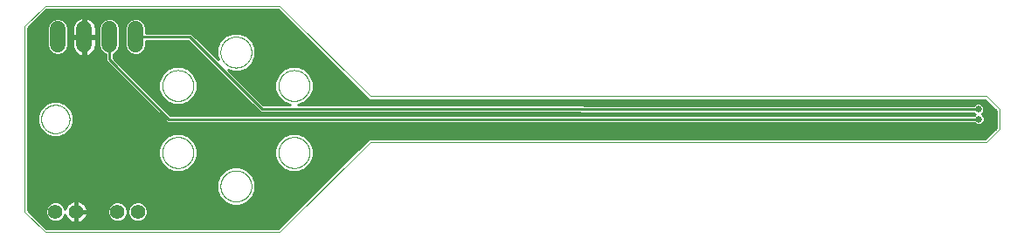
<source format=gbl>
G75*
%MOIN*%
%OFA0B0*%
%FSLAX25Y25*%
%IPPOS*%
%LPD*%
%AMOC8*
5,1,8,0,0,1.08239X$1,22.5*
%
%ADD10C,0.00000*%
%ADD11C,0.06000*%
%ADD12C,0.05600*%
%ADD13C,0.01000*%
%ADD14C,0.02578*%
D10*
X0031028Y0034965D02*
X0038902Y0027091D01*
X0128469Y0027091D01*
X0162917Y0061539D01*
X0398154Y0061539D01*
X0403075Y0066461D01*
X0403075Y0074335D01*
X0398154Y0079256D01*
X0162917Y0079256D01*
X0128469Y0113705D01*
X0038902Y0113705D01*
X0031028Y0105831D01*
X0031028Y0034965D01*
X0105830Y0044807D02*
X0105832Y0044960D01*
X0105838Y0045114D01*
X0105848Y0045267D01*
X0105862Y0045419D01*
X0105880Y0045572D01*
X0105902Y0045723D01*
X0105927Y0045874D01*
X0105957Y0046025D01*
X0105991Y0046175D01*
X0106028Y0046323D01*
X0106069Y0046471D01*
X0106114Y0046617D01*
X0106163Y0046763D01*
X0106216Y0046907D01*
X0106272Y0047049D01*
X0106332Y0047190D01*
X0106396Y0047330D01*
X0106463Y0047468D01*
X0106534Y0047604D01*
X0106609Y0047738D01*
X0106686Y0047870D01*
X0106768Y0048000D01*
X0106852Y0048128D01*
X0106940Y0048254D01*
X0107031Y0048377D01*
X0107125Y0048498D01*
X0107223Y0048616D01*
X0107323Y0048732D01*
X0107427Y0048845D01*
X0107533Y0048956D01*
X0107642Y0049064D01*
X0107754Y0049169D01*
X0107868Y0049270D01*
X0107986Y0049369D01*
X0108105Y0049465D01*
X0108227Y0049558D01*
X0108352Y0049647D01*
X0108479Y0049734D01*
X0108608Y0049816D01*
X0108739Y0049896D01*
X0108872Y0049972D01*
X0109007Y0050045D01*
X0109144Y0050114D01*
X0109283Y0050179D01*
X0109423Y0050241D01*
X0109565Y0050299D01*
X0109708Y0050354D01*
X0109853Y0050405D01*
X0109999Y0050452D01*
X0110146Y0050495D01*
X0110294Y0050534D01*
X0110443Y0050570D01*
X0110593Y0050601D01*
X0110744Y0050629D01*
X0110895Y0050653D01*
X0111048Y0050673D01*
X0111200Y0050689D01*
X0111353Y0050701D01*
X0111506Y0050709D01*
X0111659Y0050713D01*
X0111813Y0050713D01*
X0111966Y0050709D01*
X0112119Y0050701D01*
X0112272Y0050689D01*
X0112424Y0050673D01*
X0112577Y0050653D01*
X0112728Y0050629D01*
X0112879Y0050601D01*
X0113029Y0050570D01*
X0113178Y0050534D01*
X0113326Y0050495D01*
X0113473Y0050452D01*
X0113619Y0050405D01*
X0113764Y0050354D01*
X0113907Y0050299D01*
X0114049Y0050241D01*
X0114189Y0050179D01*
X0114328Y0050114D01*
X0114465Y0050045D01*
X0114600Y0049972D01*
X0114733Y0049896D01*
X0114864Y0049816D01*
X0114993Y0049734D01*
X0115120Y0049647D01*
X0115245Y0049558D01*
X0115367Y0049465D01*
X0115486Y0049369D01*
X0115604Y0049270D01*
X0115718Y0049169D01*
X0115830Y0049064D01*
X0115939Y0048956D01*
X0116045Y0048845D01*
X0116149Y0048732D01*
X0116249Y0048616D01*
X0116347Y0048498D01*
X0116441Y0048377D01*
X0116532Y0048254D01*
X0116620Y0048128D01*
X0116704Y0048000D01*
X0116786Y0047870D01*
X0116863Y0047738D01*
X0116938Y0047604D01*
X0117009Y0047468D01*
X0117076Y0047330D01*
X0117140Y0047190D01*
X0117200Y0047049D01*
X0117256Y0046907D01*
X0117309Y0046763D01*
X0117358Y0046617D01*
X0117403Y0046471D01*
X0117444Y0046323D01*
X0117481Y0046175D01*
X0117515Y0046025D01*
X0117545Y0045874D01*
X0117570Y0045723D01*
X0117592Y0045572D01*
X0117610Y0045419D01*
X0117624Y0045267D01*
X0117634Y0045114D01*
X0117640Y0044960D01*
X0117642Y0044807D01*
X0117640Y0044654D01*
X0117634Y0044500D01*
X0117624Y0044347D01*
X0117610Y0044195D01*
X0117592Y0044042D01*
X0117570Y0043891D01*
X0117545Y0043740D01*
X0117515Y0043589D01*
X0117481Y0043439D01*
X0117444Y0043291D01*
X0117403Y0043143D01*
X0117358Y0042997D01*
X0117309Y0042851D01*
X0117256Y0042707D01*
X0117200Y0042565D01*
X0117140Y0042424D01*
X0117076Y0042284D01*
X0117009Y0042146D01*
X0116938Y0042010D01*
X0116863Y0041876D01*
X0116786Y0041744D01*
X0116704Y0041614D01*
X0116620Y0041486D01*
X0116532Y0041360D01*
X0116441Y0041237D01*
X0116347Y0041116D01*
X0116249Y0040998D01*
X0116149Y0040882D01*
X0116045Y0040769D01*
X0115939Y0040658D01*
X0115830Y0040550D01*
X0115718Y0040445D01*
X0115604Y0040344D01*
X0115486Y0040245D01*
X0115367Y0040149D01*
X0115245Y0040056D01*
X0115120Y0039967D01*
X0114993Y0039880D01*
X0114864Y0039798D01*
X0114733Y0039718D01*
X0114600Y0039642D01*
X0114465Y0039569D01*
X0114328Y0039500D01*
X0114189Y0039435D01*
X0114049Y0039373D01*
X0113907Y0039315D01*
X0113764Y0039260D01*
X0113619Y0039209D01*
X0113473Y0039162D01*
X0113326Y0039119D01*
X0113178Y0039080D01*
X0113029Y0039044D01*
X0112879Y0039013D01*
X0112728Y0038985D01*
X0112577Y0038961D01*
X0112424Y0038941D01*
X0112272Y0038925D01*
X0112119Y0038913D01*
X0111966Y0038905D01*
X0111813Y0038901D01*
X0111659Y0038901D01*
X0111506Y0038905D01*
X0111353Y0038913D01*
X0111200Y0038925D01*
X0111048Y0038941D01*
X0110895Y0038961D01*
X0110744Y0038985D01*
X0110593Y0039013D01*
X0110443Y0039044D01*
X0110294Y0039080D01*
X0110146Y0039119D01*
X0109999Y0039162D01*
X0109853Y0039209D01*
X0109708Y0039260D01*
X0109565Y0039315D01*
X0109423Y0039373D01*
X0109283Y0039435D01*
X0109144Y0039500D01*
X0109007Y0039569D01*
X0108872Y0039642D01*
X0108739Y0039718D01*
X0108608Y0039798D01*
X0108479Y0039880D01*
X0108352Y0039967D01*
X0108227Y0040056D01*
X0108105Y0040149D01*
X0107986Y0040245D01*
X0107868Y0040344D01*
X0107754Y0040445D01*
X0107642Y0040550D01*
X0107533Y0040658D01*
X0107427Y0040769D01*
X0107323Y0040882D01*
X0107223Y0040998D01*
X0107125Y0041116D01*
X0107031Y0041237D01*
X0106940Y0041360D01*
X0106852Y0041486D01*
X0106768Y0041614D01*
X0106686Y0041744D01*
X0106609Y0041876D01*
X0106534Y0042010D01*
X0106463Y0042146D01*
X0106396Y0042284D01*
X0106332Y0042424D01*
X0106272Y0042565D01*
X0106216Y0042707D01*
X0106163Y0042851D01*
X0106114Y0042997D01*
X0106069Y0043143D01*
X0106028Y0043291D01*
X0105991Y0043439D01*
X0105957Y0043589D01*
X0105927Y0043740D01*
X0105902Y0043891D01*
X0105880Y0044042D01*
X0105862Y0044195D01*
X0105848Y0044347D01*
X0105838Y0044500D01*
X0105832Y0044654D01*
X0105830Y0044807D01*
X0083665Y0057602D02*
X0083667Y0057755D01*
X0083673Y0057909D01*
X0083683Y0058062D01*
X0083697Y0058214D01*
X0083715Y0058367D01*
X0083737Y0058518D01*
X0083762Y0058669D01*
X0083792Y0058820D01*
X0083826Y0058970D01*
X0083863Y0059118D01*
X0083904Y0059266D01*
X0083949Y0059412D01*
X0083998Y0059558D01*
X0084051Y0059702D01*
X0084107Y0059844D01*
X0084167Y0059985D01*
X0084231Y0060125D01*
X0084298Y0060263D01*
X0084369Y0060399D01*
X0084444Y0060533D01*
X0084521Y0060665D01*
X0084603Y0060795D01*
X0084687Y0060923D01*
X0084775Y0061049D01*
X0084866Y0061172D01*
X0084960Y0061293D01*
X0085058Y0061411D01*
X0085158Y0061527D01*
X0085262Y0061640D01*
X0085368Y0061751D01*
X0085477Y0061859D01*
X0085589Y0061964D01*
X0085703Y0062065D01*
X0085821Y0062164D01*
X0085940Y0062260D01*
X0086062Y0062353D01*
X0086187Y0062442D01*
X0086314Y0062529D01*
X0086443Y0062611D01*
X0086574Y0062691D01*
X0086707Y0062767D01*
X0086842Y0062840D01*
X0086979Y0062909D01*
X0087118Y0062974D01*
X0087258Y0063036D01*
X0087400Y0063094D01*
X0087543Y0063149D01*
X0087688Y0063200D01*
X0087834Y0063247D01*
X0087981Y0063290D01*
X0088129Y0063329D01*
X0088278Y0063365D01*
X0088428Y0063396D01*
X0088579Y0063424D01*
X0088730Y0063448D01*
X0088883Y0063468D01*
X0089035Y0063484D01*
X0089188Y0063496D01*
X0089341Y0063504D01*
X0089494Y0063508D01*
X0089648Y0063508D01*
X0089801Y0063504D01*
X0089954Y0063496D01*
X0090107Y0063484D01*
X0090259Y0063468D01*
X0090412Y0063448D01*
X0090563Y0063424D01*
X0090714Y0063396D01*
X0090864Y0063365D01*
X0091013Y0063329D01*
X0091161Y0063290D01*
X0091308Y0063247D01*
X0091454Y0063200D01*
X0091599Y0063149D01*
X0091742Y0063094D01*
X0091884Y0063036D01*
X0092024Y0062974D01*
X0092163Y0062909D01*
X0092300Y0062840D01*
X0092435Y0062767D01*
X0092568Y0062691D01*
X0092699Y0062611D01*
X0092828Y0062529D01*
X0092955Y0062442D01*
X0093080Y0062353D01*
X0093202Y0062260D01*
X0093321Y0062164D01*
X0093439Y0062065D01*
X0093553Y0061964D01*
X0093665Y0061859D01*
X0093774Y0061751D01*
X0093880Y0061640D01*
X0093984Y0061527D01*
X0094084Y0061411D01*
X0094182Y0061293D01*
X0094276Y0061172D01*
X0094367Y0061049D01*
X0094455Y0060923D01*
X0094539Y0060795D01*
X0094621Y0060665D01*
X0094698Y0060533D01*
X0094773Y0060399D01*
X0094844Y0060263D01*
X0094911Y0060125D01*
X0094975Y0059985D01*
X0095035Y0059844D01*
X0095091Y0059702D01*
X0095144Y0059558D01*
X0095193Y0059412D01*
X0095238Y0059266D01*
X0095279Y0059118D01*
X0095316Y0058970D01*
X0095350Y0058820D01*
X0095380Y0058669D01*
X0095405Y0058518D01*
X0095427Y0058367D01*
X0095445Y0058214D01*
X0095459Y0058062D01*
X0095469Y0057909D01*
X0095475Y0057755D01*
X0095477Y0057602D01*
X0095475Y0057449D01*
X0095469Y0057295D01*
X0095459Y0057142D01*
X0095445Y0056990D01*
X0095427Y0056837D01*
X0095405Y0056686D01*
X0095380Y0056535D01*
X0095350Y0056384D01*
X0095316Y0056234D01*
X0095279Y0056086D01*
X0095238Y0055938D01*
X0095193Y0055792D01*
X0095144Y0055646D01*
X0095091Y0055502D01*
X0095035Y0055360D01*
X0094975Y0055219D01*
X0094911Y0055079D01*
X0094844Y0054941D01*
X0094773Y0054805D01*
X0094698Y0054671D01*
X0094621Y0054539D01*
X0094539Y0054409D01*
X0094455Y0054281D01*
X0094367Y0054155D01*
X0094276Y0054032D01*
X0094182Y0053911D01*
X0094084Y0053793D01*
X0093984Y0053677D01*
X0093880Y0053564D01*
X0093774Y0053453D01*
X0093665Y0053345D01*
X0093553Y0053240D01*
X0093439Y0053139D01*
X0093321Y0053040D01*
X0093202Y0052944D01*
X0093080Y0052851D01*
X0092955Y0052762D01*
X0092828Y0052675D01*
X0092699Y0052593D01*
X0092568Y0052513D01*
X0092435Y0052437D01*
X0092300Y0052364D01*
X0092163Y0052295D01*
X0092024Y0052230D01*
X0091884Y0052168D01*
X0091742Y0052110D01*
X0091599Y0052055D01*
X0091454Y0052004D01*
X0091308Y0051957D01*
X0091161Y0051914D01*
X0091013Y0051875D01*
X0090864Y0051839D01*
X0090714Y0051808D01*
X0090563Y0051780D01*
X0090412Y0051756D01*
X0090259Y0051736D01*
X0090107Y0051720D01*
X0089954Y0051708D01*
X0089801Y0051700D01*
X0089648Y0051696D01*
X0089494Y0051696D01*
X0089341Y0051700D01*
X0089188Y0051708D01*
X0089035Y0051720D01*
X0088883Y0051736D01*
X0088730Y0051756D01*
X0088579Y0051780D01*
X0088428Y0051808D01*
X0088278Y0051839D01*
X0088129Y0051875D01*
X0087981Y0051914D01*
X0087834Y0051957D01*
X0087688Y0052004D01*
X0087543Y0052055D01*
X0087400Y0052110D01*
X0087258Y0052168D01*
X0087118Y0052230D01*
X0086979Y0052295D01*
X0086842Y0052364D01*
X0086707Y0052437D01*
X0086574Y0052513D01*
X0086443Y0052593D01*
X0086314Y0052675D01*
X0086187Y0052762D01*
X0086062Y0052851D01*
X0085940Y0052944D01*
X0085821Y0053040D01*
X0085703Y0053139D01*
X0085589Y0053240D01*
X0085477Y0053345D01*
X0085368Y0053453D01*
X0085262Y0053564D01*
X0085158Y0053677D01*
X0085058Y0053793D01*
X0084960Y0053911D01*
X0084866Y0054032D01*
X0084775Y0054155D01*
X0084687Y0054281D01*
X0084603Y0054409D01*
X0084521Y0054539D01*
X0084444Y0054671D01*
X0084369Y0054805D01*
X0084298Y0054941D01*
X0084231Y0055079D01*
X0084167Y0055219D01*
X0084107Y0055360D01*
X0084051Y0055502D01*
X0083998Y0055646D01*
X0083949Y0055792D01*
X0083904Y0055938D01*
X0083863Y0056086D01*
X0083826Y0056234D01*
X0083792Y0056384D01*
X0083762Y0056535D01*
X0083737Y0056686D01*
X0083715Y0056837D01*
X0083697Y0056990D01*
X0083683Y0057142D01*
X0083673Y0057295D01*
X0083667Y0057449D01*
X0083665Y0057602D01*
X0037426Y0070398D02*
X0037428Y0070545D01*
X0037434Y0070691D01*
X0037444Y0070837D01*
X0037458Y0070983D01*
X0037476Y0071129D01*
X0037497Y0071274D01*
X0037523Y0071418D01*
X0037553Y0071562D01*
X0037586Y0071704D01*
X0037623Y0071846D01*
X0037664Y0071987D01*
X0037709Y0072126D01*
X0037758Y0072265D01*
X0037810Y0072402D01*
X0037867Y0072537D01*
X0037926Y0072671D01*
X0037990Y0072803D01*
X0038057Y0072933D01*
X0038127Y0073062D01*
X0038201Y0073189D01*
X0038278Y0073313D01*
X0038359Y0073436D01*
X0038443Y0073556D01*
X0038530Y0073674D01*
X0038620Y0073789D01*
X0038713Y0073902D01*
X0038810Y0074013D01*
X0038909Y0074121D01*
X0039011Y0074226D01*
X0039116Y0074328D01*
X0039224Y0074427D01*
X0039335Y0074524D01*
X0039448Y0074617D01*
X0039563Y0074707D01*
X0039681Y0074794D01*
X0039801Y0074878D01*
X0039924Y0074959D01*
X0040048Y0075036D01*
X0040175Y0075110D01*
X0040304Y0075180D01*
X0040434Y0075247D01*
X0040566Y0075311D01*
X0040700Y0075370D01*
X0040835Y0075427D01*
X0040972Y0075479D01*
X0041111Y0075528D01*
X0041250Y0075573D01*
X0041391Y0075614D01*
X0041533Y0075651D01*
X0041675Y0075684D01*
X0041819Y0075714D01*
X0041963Y0075740D01*
X0042108Y0075761D01*
X0042254Y0075779D01*
X0042400Y0075793D01*
X0042546Y0075803D01*
X0042692Y0075809D01*
X0042839Y0075811D01*
X0042986Y0075809D01*
X0043132Y0075803D01*
X0043278Y0075793D01*
X0043424Y0075779D01*
X0043570Y0075761D01*
X0043715Y0075740D01*
X0043859Y0075714D01*
X0044003Y0075684D01*
X0044145Y0075651D01*
X0044287Y0075614D01*
X0044428Y0075573D01*
X0044567Y0075528D01*
X0044706Y0075479D01*
X0044843Y0075427D01*
X0044978Y0075370D01*
X0045112Y0075311D01*
X0045244Y0075247D01*
X0045374Y0075180D01*
X0045503Y0075110D01*
X0045630Y0075036D01*
X0045754Y0074959D01*
X0045877Y0074878D01*
X0045997Y0074794D01*
X0046115Y0074707D01*
X0046230Y0074617D01*
X0046343Y0074524D01*
X0046454Y0074427D01*
X0046562Y0074328D01*
X0046667Y0074226D01*
X0046769Y0074121D01*
X0046868Y0074013D01*
X0046965Y0073902D01*
X0047058Y0073789D01*
X0047148Y0073674D01*
X0047235Y0073556D01*
X0047319Y0073436D01*
X0047400Y0073313D01*
X0047477Y0073189D01*
X0047551Y0073062D01*
X0047621Y0072933D01*
X0047688Y0072803D01*
X0047752Y0072671D01*
X0047811Y0072537D01*
X0047868Y0072402D01*
X0047920Y0072265D01*
X0047969Y0072126D01*
X0048014Y0071987D01*
X0048055Y0071846D01*
X0048092Y0071704D01*
X0048125Y0071562D01*
X0048155Y0071418D01*
X0048181Y0071274D01*
X0048202Y0071129D01*
X0048220Y0070983D01*
X0048234Y0070837D01*
X0048244Y0070691D01*
X0048250Y0070545D01*
X0048252Y0070398D01*
X0048250Y0070251D01*
X0048244Y0070105D01*
X0048234Y0069959D01*
X0048220Y0069813D01*
X0048202Y0069667D01*
X0048181Y0069522D01*
X0048155Y0069378D01*
X0048125Y0069234D01*
X0048092Y0069092D01*
X0048055Y0068950D01*
X0048014Y0068809D01*
X0047969Y0068670D01*
X0047920Y0068531D01*
X0047868Y0068394D01*
X0047811Y0068259D01*
X0047752Y0068125D01*
X0047688Y0067993D01*
X0047621Y0067863D01*
X0047551Y0067734D01*
X0047477Y0067607D01*
X0047400Y0067483D01*
X0047319Y0067360D01*
X0047235Y0067240D01*
X0047148Y0067122D01*
X0047058Y0067007D01*
X0046965Y0066894D01*
X0046868Y0066783D01*
X0046769Y0066675D01*
X0046667Y0066570D01*
X0046562Y0066468D01*
X0046454Y0066369D01*
X0046343Y0066272D01*
X0046230Y0066179D01*
X0046115Y0066089D01*
X0045997Y0066002D01*
X0045877Y0065918D01*
X0045754Y0065837D01*
X0045630Y0065760D01*
X0045503Y0065686D01*
X0045374Y0065616D01*
X0045244Y0065549D01*
X0045112Y0065485D01*
X0044978Y0065426D01*
X0044843Y0065369D01*
X0044706Y0065317D01*
X0044567Y0065268D01*
X0044428Y0065223D01*
X0044287Y0065182D01*
X0044145Y0065145D01*
X0044003Y0065112D01*
X0043859Y0065082D01*
X0043715Y0065056D01*
X0043570Y0065035D01*
X0043424Y0065017D01*
X0043278Y0065003D01*
X0043132Y0064993D01*
X0042986Y0064987D01*
X0042839Y0064985D01*
X0042692Y0064987D01*
X0042546Y0064993D01*
X0042400Y0065003D01*
X0042254Y0065017D01*
X0042108Y0065035D01*
X0041963Y0065056D01*
X0041819Y0065082D01*
X0041675Y0065112D01*
X0041533Y0065145D01*
X0041391Y0065182D01*
X0041250Y0065223D01*
X0041111Y0065268D01*
X0040972Y0065317D01*
X0040835Y0065369D01*
X0040700Y0065426D01*
X0040566Y0065485D01*
X0040434Y0065549D01*
X0040304Y0065616D01*
X0040175Y0065686D01*
X0040048Y0065760D01*
X0039924Y0065837D01*
X0039801Y0065918D01*
X0039681Y0066002D01*
X0039563Y0066089D01*
X0039448Y0066179D01*
X0039335Y0066272D01*
X0039224Y0066369D01*
X0039116Y0066468D01*
X0039011Y0066570D01*
X0038909Y0066675D01*
X0038810Y0066783D01*
X0038713Y0066894D01*
X0038620Y0067007D01*
X0038530Y0067122D01*
X0038443Y0067240D01*
X0038359Y0067360D01*
X0038278Y0067483D01*
X0038201Y0067607D01*
X0038127Y0067734D01*
X0038057Y0067863D01*
X0037990Y0067993D01*
X0037926Y0068125D01*
X0037867Y0068259D01*
X0037810Y0068394D01*
X0037758Y0068531D01*
X0037709Y0068670D01*
X0037664Y0068809D01*
X0037623Y0068950D01*
X0037586Y0069092D01*
X0037553Y0069234D01*
X0037523Y0069378D01*
X0037497Y0069522D01*
X0037476Y0069667D01*
X0037458Y0069813D01*
X0037444Y0069959D01*
X0037434Y0070105D01*
X0037428Y0070251D01*
X0037426Y0070398D01*
X0083665Y0083193D02*
X0083667Y0083346D01*
X0083673Y0083500D01*
X0083683Y0083653D01*
X0083697Y0083805D01*
X0083715Y0083958D01*
X0083737Y0084109D01*
X0083762Y0084260D01*
X0083792Y0084411D01*
X0083826Y0084561D01*
X0083863Y0084709D01*
X0083904Y0084857D01*
X0083949Y0085003D01*
X0083998Y0085149D01*
X0084051Y0085293D01*
X0084107Y0085435D01*
X0084167Y0085576D01*
X0084231Y0085716D01*
X0084298Y0085854D01*
X0084369Y0085990D01*
X0084444Y0086124D01*
X0084521Y0086256D01*
X0084603Y0086386D01*
X0084687Y0086514D01*
X0084775Y0086640D01*
X0084866Y0086763D01*
X0084960Y0086884D01*
X0085058Y0087002D01*
X0085158Y0087118D01*
X0085262Y0087231D01*
X0085368Y0087342D01*
X0085477Y0087450D01*
X0085589Y0087555D01*
X0085703Y0087656D01*
X0085821Y0087755D01*
X0085940Y0087851D01*
X0086062Y0087944D01*
X0086187Y0088033D01*
X0086314Y0088120D01*
X0086443Y0088202D01*
X0086574Y0088282D01*
X0086707Y0088358D01*
X0086842Y0088431D01*
X0086979Y0088500D01*
X0087118Y0088565D01*
X0087258Y0088627D01*
X0087400Y0088685D01*
X0087543Y0088740D01*
X0087688Y0088791D01*
X0087834Y0088838D01*
X0087981Y0088881D01*
X0088129Y0088920D01*
X0088278Y0088956D01*
X0088428Y0088987D01*
X0088579Y0089015D01*
X0088730Y0089039D01*
X0088883Y0089059D01*
X0089035Y0089075D01*
X0089188Y0089087D01*
X0089341Y0089095D01*
X0089494Y0089099D01*
X0089648Y0089099D01*
X0089801Y0089095D01*
X0089954Y0089087D01*
X0090107Y0089075D01*
X0090259Y0089059D01*
X0090412Y0089039D01*
X0090563Y0089015D01*
X0090714Y0088987D01*
X0090864Y0088956D01*
X0091013Y0088920D01*
X0091161Y0088881D01*
X0091308Y0088838D01*
X0091454Y0088791D01*
X0091599Y0088740D01*
X0091742Y0088685D01*
X0091884Y0088627D01*
X0092024Y0088565D01*
X0092163Y0088500D01*
X0092300Y0088431D01*
X0092435Y0088358D01*
X0092568Y0088282D01*
X0092699Y0088202D01*
X0092828Y0088120D01*
X0092955Y0088033D01*
X0093080Y0087944D01*
X0093202Y0087851D01*
X0093321Y0087755D01*
X0093439Y0087656D01*
X0093553Y0087555D01*
X0093665Y0087450D01*
X0093774Y0087342D01*
X0093880Y0087231D01*
X0093984Y0087118D01*
X0094084Y0087002D01*
X0094182Y0086884D01*
X0094276Y0086763D01*
X0094367Y0086640D01*
X0094455Y0086514D01*
X0094539Y0086386D01*
X0094621Y0086256D01*
X0094698Y0086124D01*
X0094773Y0085990D01*
X0094844Y0085854D01*
X0094911Y0085716D01*
X0094975Y0085576D01*
X0095035Y0085435D01*
X0095091Y0085293D01*
X0095144Y0085149D01*
X0095193Y0085003D01*
X0095238Y0084857D01*
X0095279Y0084709D01*
X0095316Y0084561D01*
X0095350Y0084411D01*
X0095380Y0084260D01*
X0095405Y0084109D01*
X0095427Y0083958D01*
X0095445Y0083805D01*
X0095459Y0083653D01*
X0095469Y0083500D01*
X0095475Y0083346D01*
X0095477Y0083193D01*
X0095475Y0083040D01*
X0095469Y0082886D01*
X0095459Y0082733D01*
X0095445Y0082581D01*
X0095427Y0082428D01*
X0095405Y0082277D01*
X0095380Y0082126D01*
X0095350Y0081975D01*
X0095316Y0081825D01*
X0095279Y0081677D01*
X0095238Y0081529D01*
X0095193Y0081383D01*
X0095144Y0081237D01*
X0095091Y0081093D01*
X0095035Y0080951D01*
X0094975Y0080810D01*
X0094911Y0080670D01*
X0094844Y0080532D01*
X0094773Y0080396D01*
X0094698Y0080262D01*
X0094621Y0080130D01*
X0094539Y0080000D01*
X0094455Y0079872D01*
X0094367Y0079746D01*
X0094276Y0079623D01*
X0094182Y0079502D01*
X0094084Y0079384D01*
X0093984Y0079268D01*
X0093880Y0079155D01*
X0093774Y0079044D01*
X0093665Y0078936D01*
X0093553Y0078831D01*
X0093439Y0078730D01*
X0093321Y0078631D01*
X0093202Y0078535D01*
X0093080Y0078442D01*
X0092955Y0078353D01*
X0092828Y0078266D01*
X0092699Y0078184D01*
X0092568Y0078104D01*
X0092435Y0078028D01*
X0092300Y0077955D01*
X0092163Y0077886D01*
X0092024Y0077821D01*
X0091884Y0077759D01*
X0091742Y0077701D01*
X0091599Y0077646D01*
X0091454Y0077595D01*
X0091308Y0077548D01*
X0091161Y0077505D01*
X0091013Y0077466D01*
X0090864Y0077430D01*
X0090714Y0077399D01*
X0090563Y0077371D01*
X0090412Y0077347D01*
X0090259Y0077327D01*
X0090107Y0077311D01*
X0089954Y0077299D01*
X0089801Y0077291D01*
X0089648Y0077287D01*
X0089494Y0077287D01*
X0089341Y0077291D01*
X0089188Y0077299D01*
X0089035Y0077311D01*
X0088883Y0077327D01*
X0088730Y0077347D01*
X0088579Y0077371D01*
X0088428Y0077399D01*
X0088278Y0077430D01*
X0088129Y0077466D01*
X0087981Y0077505D01*
X0087834Y0077548D01*
X0087688Y0077595D01*
X0087543Y0077646D01*
X0087400Y0077701D01*
X0087258Y0077759D01*
X0087118Y0077821D01*
X0086979Y0077886D01*
X0086842Y0077955D01*
X0086707Y0078028D01*
X0086574Y0078104D01*
X0086443Y0078184D01*
X0086314Y0078266D01*
X0086187Y0078353D01*
X0086062Y0078442D01*
X0085940Y0078535D01*
X0085821Y0078631D01*
X0085703Y0078730D01*
X0085589Y0078831D01*
X0085477Y0078936D01*
X0085368Y0079044D01*
X0085262Y0079155D01*
X0085158Y0079268D01*
X0085058Y0079384D01*
X0084960Y0079502D01*
X0084866Y0079623D01*
X0084775Y0079746D01*
X0084687Y0079872D01*
X0084603Y0080000D01*
X0084521Y0080130D01*
X0084444Y0080262D01*
X0084369Y0080396D01*
X0084298Y0080532D01*
X0084231Y0080670D01*
X0084167Y0080810D01*
X0084107Y0080951D01*
X0084051Y0081093D01*
X0083998Y0081237D01*
X0083949Y0081383D01*
X0083904Y0081529D01*
X0083863Y0081677D01*
X0083826Y0081825D01*
X0083792Y0081975D01*
X0083762Y0082126D01*
X0083737Y0082277D01*
X0083715Y0082428D01*
X0083697Y0082581D01*
X0083683Y0082733D01*
X0083673Y0082886D01*
X0083667Y0083040D01*
X0083665Y0083193D01*
X0105830Y0095988D02*
X0105832Y0096141D01*
X0105838Y0096295D01*
X0105848Y0096448D01*
X0105862Y0096600D01*
X0105880Y0096753D01*
X0105902Y0096904D01*
X0105927Y0097055D01*
X0105957Y0097206D01*
X0105991Y0097356D01*
X0106028Y0097504D01*
X0106069Y0097652D01*
X0106114Y0097798D01*
X0106163Y0097944D01*
X0106216Y0098088D01*
X0106272Y0098230D01*
X0106332Y0098371D01*
X0106396Y0098511D01*
X0106463Y0098649D01*
X0106534Y0098785D01*
X0106609Y0098919D01*
X0106686Y0099051D01*
X0106768Y0099181D01*
X0106852Y0099309D01*
X0106940Y0099435D01*
X0107031Y0099558D01*
X0107125Y0099679D01*
X0107223Y0099797D01*
X0107323Y0099913D01*
X0107427Y0100026D01*
X0107533Y0100137D01*
X0107642Y0100245D01*
X0107754Y0100350D01*
X0107868Y0100451D01*
X0107986Y0100550D01*
X0108105Y0100646D01*
X0108227Y0100739D01*
X0108352Y0100828D01*
X0108479Y0100915D01*
X0108608Y0100997D01*
X0108739Y0101077D01*
X0108872Y0101153D01*
X0109007Y0101226D01*
X0109144Y0101295D01*
X0109283Y0101360D01*
X0109423Y0101422D01*
X0109565Y0101480D01*
X0109708Y0101535D01*
X0109853Y0101586D01*
X0109999Y0101633D01*
X0110146Y0101676D01*
X0110294Y0101715D01*
X0110443Y0101751D01*
X0110593Y0101782D01*
X0110744Y0101810D01*
X0110895Y0101834D01*
X0111048Y0101854D01*
X0111200Y0101870D01*
X0111353Y0101882D01*
X0111506Y0101890D01*
X0111659Y0101894D01*
X0111813Y0101894D01*
X0111966Y0101890D01*
X0112119Y0101882D01*
X0112272Y0101870D01*
X0112424Y0101854D01*
X0112577Y0101834D01*
X0112728Y0101810D01*
X0112879Y0101782D01*
X0113029Y0101751D01*
X0113178Y0101715D01*
X0113326Y0101676D01*
X0113473Y0101633D01*
X0113619Y0101586D01*
X0113764Y0101535D01*
X0113907Y0101480D01*
X0114049Y0101422D01*
X0114189Y0101360D01*
X0114328Y0101295D01*
X0114465Y0101226D01*
X0114600Y0101153D01*
X0114733Y0101077D01*
X0114864Y0100997D01*
X0114993Y0100915D01*
X0115120Y0100828D01*
X0115245Y0100739D01*
X0115367Y0100646D01*
X0115486Y0100550D01*
X0115604Y0100451D01*
X0115718Y0100350D01*
X0115830Y0100245D01*
X0115939Y0100137D01*
X0116045Y0100026D01*
X0116149Y0099913D01*
X0116249Y0099797D01*
X0116347Y0099679D01*
X0116441Y0099558D01*
X0116532Y0099435D01*
X0116620Y0099309D01*
X0116704Y0099181D01*
X0116786Y0099051D01*
X0116863Y0098919D01*
X0116938Y0098785D01*
X0117009Y0098649D01*
X0117076Y0098511D01*
X0117140Y0098371D01*
X0117200Y0098230D01*
X0117256Y0098088D01*
X0117309Y0097944D01*
X0117358Y0097798D01*
X0117403Y0097652D01*
X0117444Y0097504D01*
X0117481Y0097356D01*
X0117515Y0097206D01*
X0117545Y0097055D01*
X0117570Y0096904D01*
X0117592Y0096753D01*
X0117610Y0096600D01*
X0117624Y0096448D01*
X0117634Y0096295D01*
X0117640Y0096141D01*
X0117642Y0095988D01*
X0117640Y0095835D01*
X0117634Y0095681D01*
X0117624Y0095528D01*
X0117610Y0095376D01*
X0117592Y0095223D01*
X0117570Y0095072D01*
X0117545Y0094921D01*
X0117515Y0094770D01*
X0117481Y0094620D01*
X0117444Y0094472D01*
X0117403Y0094324D01*
X0117358Y0094178D01*
X0117309Y0094032D01*
X0117256Y0093888D01*
X0117200Y0093746D01*
X0117140Y0093605D01*
X0117076Y0093465D01*
X0117009Y0093327D01*
X0116938Y0093191D01*
X0116863Y0093057D01*
X0116786Y0092925D01*
X0116704Y0092795D01*
X0116620Y0092667D01*
X0116532Y0092541D01*
X0116441Y0092418D01*
X0116347Y0092297D01*
X0116249Y0092179D01*
X0116149Y0092063D01*
X0116045Y0091950D01*
X0115939Y0091839D01*
X0115830Y0091731D01*
X0115718Y0091626D01*
X0115604Y0091525D01*
X0115486Y0091426D01*
X0115367Y0091330D01*
X0115245Y0091237D01*
X0115120Y0091148D01*
X0114993Y0091061D01*
X0114864Y0090979D01*
X0114733Y0090899D01*
X0114600Y0090823D01*
X0114465Y0090750D01*
X0114328Y0090681D01*
X0114189Y0090616D01*
X0114049Y0090554D01*
X0113907Y0090496D01*
X0113764Y0090441D01*
X0113619Y0090390D01*
X0113473Y0090343D01*
X0113326Y0090300D01*
X0113178Y0090261D01*
X0113029Y0090225D01*
X0112879Y0090194D01*
X0112728Y0090166D01*
X0112577Y0090142D01*
X0112424Y0090122D01*
X0112272Y0090106D01*
X0112119Y0090094D01*
X0111966Y0090086D01*
X0111813Y0090082D01*
X0111659Y0090082D01*
X0111506Y0090086D01*
X0111353Y0090094D01*
X0111200Y0090106D01*
X0111048Y0090122D01*
X0110895Y0090142D01*
X0110744Y0090166D01*
X0110593Y0090194D01*
X0110443Y0090225D01*
X0110294Y0090261D01*
X0110146Y0090300D01*
X0109999Y0090343D01*
X0109853Y0090390D01*
X0109708Y0090441D01*
X0109565Y0090496D01*
X0109423Y0090554D01*
X0109283Y0090616D01*
X0109144Y0090681D01*
X0109007Y0090750D01*
X0108872Y0090823D01*
X0108739Y0090899D01*
X0108608Y0090979D01*
X0108479Y0091061D01*
X0108352Y0091148D01*
X0108227Y0091237D01*
X0108105Y0091330D01*
X0107986Y0091426D01*
X0107868Y0091525D01*
X0107754Y0091626D01*
X0107642Y0091731D01*
X0107533Y0091839D01*
X0107427Y0091950D01*
X0107323Y0092063D01*
X0107223Y0092179D01*
X0107125Y0092297D01*
X0107031Y0092418D01*
X0106940Y0092541D01*
X0106852Y0092667D01*
X0106768Y0092795D01*
X0106686Y0092925D01*
X0106609Y0093057D01*
X0106534Y0093191D01*
X0106463Y0093327D01*
X0106396Y0093465D01*
X0106332Y0093605D01*
X0106272Y0093746D01*
X0106216Y0093888D01*
X0106163Y0094032D01*
X0106114Y0094178D01*
X0106069Y0094324D01*
X0106028Y0094472D01*
X0105991Y0094620D01*
X0105957Y0094770D01*
X0105927Y0094921D01*
X0105902Y0095072D01*
X0105880Y0095223D01*
X0105862Y0095376D01*
X0105848Y0095528D01*
X0105838Y0095681D01*
X0105832Y0095835D01*
X0105830Y0095988D01*
X0127996Y0083193D02*
X0127998Y0083346D01*
X0128004Y0083500D01*
X0128014Y0083653D01*
X0128028Y0083805D01*
X0128046Y0083958D01*
X0128068Y0084109D01*
X0128093Y0084260D01*
X0128123Y0084411D01*
X0128157Y0084561D01*
X0128194Y0084709D01*
X0128235Y0084857D01*
X0128280Y0085003D01*
X0128329Y0085149D01*
X0128382Y0085293D01*
X0128438Y0085435D01*
X0128498Y0085576D01*
X0128562Y0085716D01*
X0128629Y0085854D01*
X0128700Y0085990D01*
X0128775Y0086124D01*
X0128852Y0086256D01*
X0128934Y0086386D01*
X0129018Y0086514D01*
X0129106Y0086640D01*
X0129197Y0086763D01*
X0129291Y0086884D01*
X0129389Y0087002D01*
X0129489Y0087118D01*
X0129593Y0087231D01*
X0129699Y0087342D01*
X0129808Y0087450D01*
X0129920Y0087555D01*
X0130034Y0087656D01*
X0130152Y0087755D01*
X0130271Y0087851D01*
X0130393Y0087944D01*
X0130518Y0088033D01*
X0130645Y0088120D01*
X0130774Y0088202D01*
X0130905Y0088282D01*
X0131038Y0088358D01*
X0131173Y0088431D01*
X0131310Y0088500D01*
X0131449Y0088565D01*
X0131589Y0088627D01*
X0131731Y0088685D01*
X0131874Y0088740D01*
X0132019Y0088791D01*
X0132165Y0088838D01*
X0132312Y0088881D01*
X0132460Y0088920D01*
X0132609Y0088956D01*
X0132759Y0088987D01*
X0132910Y0089015D01*
X0133061Y0089039D01*
X0133214Y0089059D01*
X0133366Y0089075D01*
X0133519Y0089087D01*
X0133672Y0089095D01*
X0133825Y0089099D01*
X0133979Y0089099D01*
X0134132Y0089095D01*
X0134285Y0089087D01*
X0134438Y0089075D01*
X0134590Y0089059D01*
X0134743Y0089039D01*
X0134894Y0089015D01*
X0135045Y0088987D01*
X0135195Y0088956D01*
X0135344Y0088920D01*
X0135492Y0088881D01*
X0135639Y0088838D01*
X0135785Y0088791D01*
X0135930Y0088740D01*
X0136073Y0088685D01*
X0136215Y0088627D01*
X0136355Y0088565D01*
X0136494Y0088500D01*
X0136631Y0088431D01*
X0136766Y0088358D01*
X0136899Y0088282D01*
X0137030Y0088202D01*
X0137159Y0088120D01*
X0137286Y0088033D01*
X0137411Y0087944D01*
X0137533Y0087851D01*
X0137652Y0087755D01*
X0137770Y0087656D01*
X0137884Y0087555D01*
X0137996Y0087450D01*
X0138105Y0087342D01*
X0138211Y0087231D01*
X0138315Y0087118D01*
X0138415Y0087002D01*
X0138513Y0086884D01*
X0138607Y0086763D01*
X0138698Y0086640D01*
X0138786Y0086514D01*
X0138870Y0086386D01*
X0138952Y0086256D01*
X0139029Y0086124D01*
X0139104Y0085990D01*
X0139175Y0085854D01*
X0139242Y0085716D01*
X0139306Y0085576D01*
X0139366Y0085435D01*
X0139422Y0085293D01*
X0139475Y0085149D01*
X0139524Y0085003D01*
X0139569Y0084857D01*
X0139610Y0084709D01*
X0139647Y0084561D01*
X0139681Y0084411D01*
X0139711Y0084260D01*
X0139736Y0084109D01*
X0139758Y0083958D01*
X0139776Y0083805D01*
X0139790Y0083653D01*
X0139800Y0083500D01*
X0139806Y0083346D01*
X0139808Y0083193D01*
X0139806Y0083040D01*
X0139800Y0082886D01*
X0139790Y0082733D01*
X0139776Y0082581D01*
X0139758Y0082428D01*
X0139736Y0082277D01*
X0139711Y0082126D01*
X0139681Y0081975D01*
X0139647Y0081825D01*
X0139610Y0081677D01*
X0139569Y0081529D01*
X0139524Y0081383D01*
X0139475Y0081237D01*
X0139422Y0081093D01*
X0139366Y0080951D01*
X0139306Y0080810D01*
X0139242Y0080670D01*
X0139175Y0080532D01*
X0139104Y0080396D01*
X0139029Y0080262D01*
X0138952Y0080130D01*
X0138870Y0080000D01*
X0138786Y0079872D01*
X0138698Y0079746D01*
X0138607Y0079623D01*
X0138513Y0079502D01*
X0138415Y0079384D01*
X0138315Y0079268D01*
X0138211Y0079155D01*
X0138105Y0079044D01*
X0137996Y0078936D01*
X0137884Y0078831D01*
X0137770Y0078730D01*
X0137652Y0078631D01*
X0137533Y0078535D01*
X0137411Y0078442D01*
X0137286Y0078353D01*
X0137159Y0078266D01*
X0137030Y0078184D01*
X0136899Y0078104D01*
X0136766Y0078028D01*
X0136631Y0077955D01*
X0136494Y0077886D01*
X0136355Y0077821D01*
X0136215Y0077759D01*
X0136073Y0077701D01*
X0135930Y0077646D01*
X0135785Y0077595D01*
X0135639Y0077548D01*
X0135492Y0077505D01*
X0135344Y0077466D01*
X0135195Y0077430D01*
X0135045Y0077399D01*
X0134894Y0077371D01*
X0134743Y0077347D01*
X0134590Y0077327D01*
X0134438Y0077311D01*
X0134285Y0077299D01*
X0134132Y0077291D01*
X0133979Y0077287D01*
X0133825Y0077287D01*
X0133672Y0077291D01*
X0133519Y0077299D01*
X0133366Y0077311D01*
X0133214Y0077327D01*
X0133061Y0077347D01*
X0132910Y0077371D01*
X0132759Y0077399D01*
X0132609Y0077430D01*
X0132460Y0077466D01*
X0132312Y0077505D01*
X0132165Y0077548D01*
X0132019Y0077595D01*
X0131874Y0077646D01*
X0131731Y0077701D01*
X0131589Y0077759D01*
X0131449Y0077821D01*
X0131310Y0077886D01*
X0131173Y0077955D01*
X0131038Y0078028D01*
X0130905Y0078104D01*
X0130774Y0078184D01*
X0130645Y0078266D01*
X0130518Y0078353D01*
X0130393Y0078442D01*
X0130271Y0078535D01*
X0130152Y0078631D01*
X0130034Y0078730D01*
X0129920Y0078831D01*
X0129808Y0078936D01*
X0129699Y0079044D01*
X0129593Y0079155D01*
X0129489Y0079268D01*
X0129389Y0079384D01*
X0129291Y0079502D01*
X0129197Y0079623D01*
X0129106Y0079746D01*
X0129018Y0079872D01*
X0128934Y0080000D01*
X0128852Y0080130D01*
X0128775Y0080262D01*
X0128700Y0080396D01*
X0128629Y0080532D01*
X0128562Y0080670D01*
X0128498Y0080810D01*
X0128438Y0080951D01*
X0128382Y0081093D01*
X0128329Y0081237D01*
X0128280Y0081383D01*
X0128235Y0081529D01*
X0128194Y0081677D01*
X0128157Y0081825D01*
X0128123Y0081975D01*
X0128093Y0082126D01*
X0128068Y0082277D01*
X0128046Y0082428D01*
X0128028Y0082581D01*
X0128014Y0082733D01*
X0128004Y0082886D01*
X0127998Y0083040D01*
X0127996Y0083193D01*
X0127996Y0057602D02*
X0127998Y0057755D01*
X0128004Y0057909D01*
X0128014Y0058062D01*
X0128028Y0058214D01*
X0128046Y0058367D01*
X0128068Y0058518D01*
X0128093Y0058669D01*
X0128123Y0058820D01*
X0128157Y0058970D01*
X0128194Y0059118D01*
X0128235Y0059266D01*
X0128280Y0059412D01*
X0128329Y0059558D01*
X0128382Y0059702D01*
X0128438Y0059844D01*
X0128498Y0059985D01*
X0128562Y0060125D01*
X0128629Y0060263D01*
X0128700Y0060399D01*
X0128775Y0060533D01*
X0128852Y0060665D01*
X0128934Y0060795D01*
X0129018Y0060923D01*
X0129106Y0061049D01*
X0129197Y0061172D01*
X0129291Y0061293D01*
X0129389Y0061411D01*
X0129489Y0061527D01*
X0129593Y0061640D01*
X0129699Y0061751D01*
X0129808Y0061859D01*
X0129920Y0061964D01*
X0130034Y0062065D01*
X0130152Y0062164D01*
X0130271Y0062260D01*
X0130393Y0062353D01*
X0130518Y0062442D01*
X0130645Y0062529D01*
X0130774Y0062611D01*
X0130905Y0062691D01*
X0131038Y0062767D01*
X0131173Y0062840D01*
X0131310Y0062909D01*
X0131449Y0062974D01*
X0131589Y0063036D01*
X0131731Y0063094D01*
X0131874Y0063149D01*
X0132019Y0063200D01*
X0132165Y0063247D01*
X0132312Y0063290D01*
X0132460Y0063329D01*
X0132609Y0063365D01*
X0132759Y0063396D01*
X0132910Y0063424D01*
X0133061Y0063448D01*
X0133214Y0063468D01*
X0133366Y0063484D01*
X0133519Y0063496D01*
X0133672Y0063504D01*
X0133825Y0063508D01*
X0133979Y0063508D01*
X0134132Y0063504D01*
X0134285Y0063496D01*
X0134438Y0063484D01*
X0134590Y0063468D01*
X0134743Y0063448D01*
X0134894Y0063424D01*
X0135045Y0063396D01*
X0135195Y0063365D01*
X0135344Y0063329D01*
X0135492Y0063290D01*
X0135639Y0063247D01*
X0135785Y0063200D01*
X0135930Y0063149D01*
X0136073Y0063094D01*
X0136215Y0063036D01*
X0136355Y0062974D01*
X0136494Y0062909D01*
X0136631Y0062840D01*
X0136766Y0062767D01*
X0136899Y0062691D01*
X0137030Y0062611D01*
X0137159Y0062529D01*
X0137286Y0062442D01*
X0137411Y0062353D01*
X0137533Y0062260D01*
X0137652Y0062164D01*
X0137770Y0062065D01*
X0137884Y0061964D01*
X0137996Y0061859D01*
X0138105Y0061751D01*
X0138211Y0061640D01*
X0138315Y0061527D01*
X0138415Y0061411D01*
X0138513Y0061293D01*
X0138607Y0061172D01*
X0138698Y0061049D01*
X0138786Y0060923D01*
X0138870Y0060795D01*
X0138952Y0060665D01*
X0139029Y0060533D01*
X0139104Y0060399D01*
X0139175Y0060263D01*
X0139242Y0060125D01*
X0139306Y0059985D01*
X0139366Y0059844D01*
X0139422Y0059702D01*
X0139475Y0059558D01*
X0139524Y0059412D01*
X0139569Y0059266D01*
X0139610Y0059118D01*
X0139647Y0058970D01*
X0139681Y0058820D01*
X0139711Y0058669D01*
X0139736Y0058518D01*
X0139758Y0058367D01*
X0139776Y0058214D01*
X0139790Y0058062D01*
X0139800Y0057909D01*
X0139806Y0057755D01*
X0139808Y0057602D01*
X0139806Y0057449D01*
X0139800Y0057295D01*
X0139790Y0057142D01*
X0139776Y0056990D01*
X0139758Y0056837D01*
X0139736Y0056686D01*
X0139711Y0056535D01*
X0139681Y0056384D01*
X0139647Y0056234D01*
X0139610Y0056086D01*
X0139569Y0055938D01*
X0139524Y0055792D01*
X0139475Y0055646D01*
X0139422Y0055502D01*
X0139366Y0055360D01*
X0139306Y0055219D01*
X0139242Y0055079D01*
X0139175Y0054941D01*
X0139104Y0054805D01*
X0139029Y0054671D01*
X0138952Y0054539D01*
X0138870Y0054409D01*
X0138786Y0054281D01*
X0138698Y0054155D01*
X0138607Y0054032D01*
X0138513Y0053911D01*
X0138415Y0053793D01*
X0138315Y0053677D01*
X0138211Y0053564D01*
X0138105Y0053453D01*
X0137996Y0053345D01*
X0137884Y0053240D01*
X0137770Y0053139D01*
X0137652Y0053040D01*
X0137533Y0052944D01*
X0137411Y0052851D01*
X0137286Y0052762D01*
X0137159Y0052675D01*
X0137030Y0052593D01*
X0136899Y0052513D01*
X0136766Y0052437D01*
X0136631Y0052364D01*
X0136494Y0052295D01*
X0136355Y0052230D01*
X0136215Y0052168D01*
X0136073Y0052110D01*
X0135930Y0052055D01*
X0135785Y0052004D01*
X0135639Y0051957D01*
X0135492Y0051914D01*
X0135344Y0051875D01*
X0135195Y0051839D01*
X0135045Y0051808D01*
X0134894Y0051780D01*
X0134743Y0051756D01*
X0134590Y0051736D01*
X0134438Y0051720D01*
X0134285Y0051708D01*
X0134132Y0051700D01*
X0133979Y0051696D01*
X0133825Y0051696D01*
X0133672Y0051700D01*
X0133519Y0051708D01*
X0133366Y0051720D01*
X0133214Y0051736D01*
X0133061Y0051756D01*
X0132910Y0051780D01*
X0132759Y0051808D01*
X0132609Y0051839D01*
X0132460Y0051875D01*
X0132312Y0051914D01*
X0132165Y0051957D01*
X0132019Y0052004D01*
X0131874Y0052055D01*
X0131731Y0052110D01*
X0131589Y0052168D01*
X0131449Y0052230D01*
X0131310Y0052295D01*
X0131173Y0052364D01*
X0131038Y0052437D01*
X0130905Y0052513D01*
X0130774Y0052593D01*
X0130645Y0052675D01*
X0130518Y0052762D01*
X0130393Y0052851D01*
X0130271Y0052944D01*
X0130152Y0053040D01*
X0130034Y0053139D01*
X0129920Y0053240D01*
X0129808Y0053345D01*
X0129699Y0053453D01*
X0129593Y0053564D01*
X0129489Y0053677D01*
X0129389Y0053793D01*
X0129291Y0053911D01*
X0129197Y0054032D01*
X0129106Y0054155D01*
X0129018Y0054281D01*
X0128934Y0054409D01*
X0128852Y0054539D01*
X0128775Y0054671D01*
X0128700Y0054805D01*
X0128629Y0054941D01*
X0128562Y0055079D01*
X0128498Y0055219D01*
X0128438Y0055360D01*
X0128382Y0055502D01*
X0128329Y0055646D01*
X0128280Y0055792D01*
X0128235Y0055938D01*
X0128194Y0056086D01*
X0128157Y0056234D01*
X0128123Y0056384D01*
X0128093Y0056535D01*
X0128068Y0056686D01*
X0128046Y0056837D01*
X0128028Y0056990D01*
X0128014Y0057142D01*
X0128004Y0057295D01*
X0127998Y0057449D01*
X0127996Y0057602D01*
D11*
X0073429Y0098894D02*
X0073429Y0104894D01*
X0063429Y0104894D02*
X0063429Y0098894D01*
X0053744Y0098894D02*
X0053744Y0104894D01*
X0043744Y0104894D02*
X0043744Y0098894D01*
D12*
X0042839Y0034965D03*
X0050713Y0034965D03*
X0066461Y0034965D03*
X0074335Y0034965D03*
D13*
X0077833Y0036448D02*
X0135705Y0036448D01*
X0134706Y0035450D02*
X0078135Y0035450D01*
X0078135Y0035720D02*
X0077556Y0037117D01*
X0076487Y0038186D01*
X0075091Y0038765D01*
X0073579Y0038765D01*
X0072182Y0038186D01*
X0071113Y0037117D01*
X0070535Y0035720D01*
X0070535Y0034209D01*
X0071113Y0032812D01*
X0072182Y0031743D01*
X0073579Y0031165D01*
X0075091Y0031165D01*
X0076487Y0031743D01*
X0077556Y0032812D01*
X0078135Y0034209D01*
X0078135Y0035720D01*
X0078135Y0034451D02*
X0133708Y0034451D01*
X0132709Y0033453D02*
X0077821Y0033453D01*
X0077198Y0032454D02*
X0131711Y0032454D01*
X0130712Y0031456D02*
X0075793Y0031456D01*
X0072876Y0031456D02*
X0067919Y0031456D01*
X0068613Y0031743D02*
X0067216Y0031165D01*
X0065705Y0031165D01*
X0064308Y0031743D01*
X0063239Y0032812D01*
X0062661Y0034209D01*
X0062661Y0035720D01*
X0063239Y0037117D01*
X0064308Y0038186D01*
X0065705Y0038765D01*
X0067216Y0038765D01*
X0068613Y0038186D01*
X0069682Y0037117D01*
X0070261Y0035720D01*
X0070261Y0034209D01*
X0069682Y0032812D01*
X0068613Y0031743D01*
X0069324Y0032454D02*
X0071471Y0032454D01*
X0070848Y0033453D02*
X0069947Y0033453D01*
X0070261Y0034451D02*
X0070535Y0034451D01*
X0070535Y0035450D02*
X0070261Y0035450D01*
X0069959Y0036448D02*
X0070836Y0036448D01*
X0071443Y0037447D02*
X0069352Y0037447D01*
X0067987Y0038445D02*
X0072808Y0038445D01*
X0075861Y0038445D02*
X0107743Y0038445D01*
X0107541Y0038529D02*
X0110263Y0037402D01*
X0113209Y0037402D01*
X0115931Y0038529D01*
X0118014Y0040612D01*
X0119142Y0043334D01*
X0119142Y0046280D01*
X0118014Y0049002D01*
X0115931Y0051085D01*
X0113209Y0052213D01*
X0110263Y0052213D01*
X0107541Y0051085D01*
X0105458Y0049002D01*
X0104331Y0046280D01*
X0104331Y0043334D01*
X0105458Y0040612D01*
X0107541Y0038529D01*
X0106627Y0039444D02*
X0032528Y0039444D01*
X0032528Y0040442D02*
X0105628Y0040442D01*
X0105115Y0041441D02*
X0032528Y0041441D01*
X0032528Y0042439D02*
X0104701Y0042439D01*
X0104331Y0043438D02*
X0032528Y0043438D01*
X0032528Y0044436D02*
X0104331Y0044436D01*
X0104331Y0045435D02*
X0032528Y0045435D01*
X0032528Y0046433D02*
X0104394Y0046433D01*
X0104808Y0047432D02*
X0032528Y0047432D01*
X0032528Y0048430D02*
X0105221Y0048430D01*
X0105885Y0049429D02*
X0032528Y0049429D01*
X0032528Y0050427D02*
X0087541Y0050427D01*
X0088098Y0050197D02*
X0085376Y0051324D01*
X0083293Y0053407D01*
X0082165Y0056129D01*
X0082165Y0059075D01*
X0083293Y0061797D01*
X0085376Y0063880D01*
X0088098Y0065008D01*
X0091044Y0065008D01*
X0093766Y0063880D01*
X0095849Y0061797D01*
X0096976Y0059075D01*
X0096976Y0056129D01*
X0095849Y0053407D01*
X0093766Y0051324D01*
X0091044Y0050197D01*
X0088098Y0050197D01*
X0085274Y0051426D02*
X0032528Y0051426D01*
X0032528Y0052424D02*
X0084276Y0052424D01*
X0083286Y0053423D02*
X0032528Y0053423D01*
X0032528Y0054421D02*
X0082873Y0054421D01*
X0082459Y0055420D02*
X0032528Y0055420D01*
X0032528Y0056418D02*
X0082165Y0056418D01*
X0082165Y0057417D02*
X0032528Y0057417D01*
X0032528Y0058416D02*
X0082165Y0058416D01*
X0082306Y0059414D02*
X0032528Y0059414D01*
X0032528Y0060413D02*
X0082719Y0060413D01*
X0083133Y0061411D02*
X0032528Y0061411D01*
X0032528Y0062410D02*
X0083905Y0062410D01*
X0084904Y0063408D02*
X0032528Y0063408D01*
X0032528Y0064407D02*
X0039237Y0064407D01*
X0038922Y0064537D02*
X0041463Y0063484D01*
X0044214Y0063484D01*
X0046755Y0064537D01*
X0048699Y0066482D01*
X0049752Y0069022D01*
X0049752Y0071773D01*
X0048699Y0074314D01*
X0046755Y0076259D01*
X0044214Y0077311D01*
X0041463Y0077311D01*
X0038922Y0076259D01*
X0036978Y0074314D01*
X0035925Y0071773D01*
X0035925Y0069022D01*
X0036978Y0066482D01*
X0038922Y0064537D01*
X0038054Y0065405D02*
X0032528Y0065405D01*
X0032528Y0066404D02*
X0037056Y0066404D01*
X0036596Y0067402D02*
X0032528Y0067402D01*
X0032528Y0068401D02*
X0036183Y0068401D01*
X0035925Y0069399D02*
X0032528Y0069399D01*
X0032528Y0070398D02*
X0035925Y0070398D01*
X0035925Y0071396D02*
X0032528Y0071396D01*
X0032528Y0072395D02*
X0036183Y0072395D01*
X0036596Y0073393D02*
X0032528Y0073393D01*
X0032528Y0074392D02*
X0037056Y0074392D01*
X0038054Y0075390D02*
X0032528Y0075390D01*
X0032528Y0076389D02*
X0039237Y0076389D01*
X0046440Y0076389D02*
X0078033Y0076389D01*
X0077035Y0077387D02*
X0032528Y0077387D01*
X0032528Y0078386D02*
X0076036Y0078386D01*
X0075038Y0079384D02*
X0032528Y0079384D01*
X0032528Y0080383D02*
X0074039Y0080383D01*
X0073041Y0081381D02*
X0032528Y0081381D01*
X0032528Y0082380D02*
X0072042Y0082380D01*
X0071044Y0083378D02*
X0032528Y0083378D01*
X0032528Y0084377D02*
X0070045Y0084377D01*
X0069047Y0085375D02*
X0032528Y0085375D01*
X0032528Y0086374D02*
X0068048Y0086374D01*
X0067050Y0087372D02*
X0032528Y0087372D01*
X0032528Y0088371D02*
X0066051Y0088371D01*
X0065053Y0089369D02*
X0032528Y0089369D01*
X0032528Y0090368D02*
X0064054Y0090368D01*
X0063056Y0091366D02*
X0032528Y0091366D01*
X0032528Y0092365D02*
X0062057Y0092365D01*
X0061929Y0092493D02*
X0084646Y0069776D01*
X0085524Y0068898D01*
X0393464Y0068898D01*
X0394253Y0068109D01*
X0396149Y0068109D01*
X0397490Y0069450D01*
X0397490Y0071346D01*
X0396427Y0072408D01*
X0397209Y0073190D01*
X0397209Y0075086D01*
X0395868Y0076427D01*
X0393972Y0076427D01*
X0393183Y0075638D01*
X0244444Y0075638D01*
X0244247Y0075835D01*
X0135489Y0075835D01*
X0138096Y0076915D01*
X0140180Y0078998D01*
X0141307Y0081720D01*
X0141307Y0084666D01*
X0140180Y0087388D01*
X0138096Y0089471D01*
X0135375Y0090598D01*
X0132429Y0090598D01*
X0129707Y0089471D01*
X0127623Y0087388D01*
X0126496Y0084666D01*
X0126496Y0081720D01*
X0127623Y0078998D01*
X0129707Y0076915D01*
X0132315Y0075835D01*
X0122200Y0075835D01*
X0108878Y0089156D01*
X0110263Y0088583D01*
X0113209Y0088583D01*
X0115931Y0089710D01*
X0118014Y0091793D01*
X0119142Y0094515D01*
X0119142Y0097461D01*
X0118014Y0100183D01*
X0115931Y0102266D01*
X0113209Y0103394D01*
X0110263Y0103394D01*
X0107541Y0102266D01*
X0105458Y0100183D01*
X0104331Y0097461D01*
X0104331Y0094515D01*
X0104904Y0093130D01*
X0095520Y0102515D01*
X0094641Y0103394D01*
X0077429Y0103394D01*
X0077429Y0105689D01*
X0076820Y0107160D01*
X0075695Y0108285D01*
X0074225Y0108894D01*
X0072633Y0108894D01*
X0071163Y0108285D01*
X0070038Y0107160D01*
X0069429Y0105689D01*
X0069429Y0098098D01*
X0070038Y0096628D01*
X0071163Y0095503D01*
X0072633Y0094894D01*
X0074225Y0094894D01*
X0075695Y0095503D01*
X0076820Y0096628D01*
X0077429Y0098098D01*
X0077429Y0100394D01*
X0093398Y0100394D01*
X0120957Y0072835D01*
X0243005Y0072835D01*
X0243201Y0072638D01*
X0393183Y0072638D01*
X0393693Y0072127D01*
X0393464Y0071898D01*
X0086767Y0071898D01*
X0064929Y0093735D01*
X0064929Y0095185D01*
X0065695Y0095503D01*
X0066820Y0096628D01*
X0067429Y0098098D01*
X0067429Y0105689D01*
X0066820Y0107160D01*
X0065695Y0108285D01*
X0064225Y0108894D01*
X0062633Y0108894D01*
X0061163Y0108285D01*
X0060038Y0107160D01*
X0059429Y0105689D01*
X0059429Y0098098D01*
X0060038Y0096628D01*
X0061163Y0095503D01*
X0061929Y0095185D01*
X0061929Y0092493D01*
X0061929Y0093363D02*
X0032528Y0093363D01*
X0032528Y0094362D02*
X0061929Y0094362D01*
X0061507Y0095360D02*
X0056537Y0095360D01*
X0056676Y0095461D02*
X0056103Y0095045D01*
X0055471Y0094723D01*
X0054798Y0094505D01*
X0054244Y0094417D01*
X0054244Y0101394D01*
X0054244Y0102394D01*
X0053244Y0102394D01*
X0053244Y0109371D01*
X0052690Y0109283D01*
X0052017Y0109064D01*
X0051386Y0108742D01*
X0050813Y0108326D01*
X0050312Y0107825D01*
X0049895Y0107252D01*
X0049574Y0106621D01*
X0049355Y0105947D01*
X0049244Y0105248D01*
X0049244Y0102394D01*
X0053244Y0102394D01*
X0053244Y0101394D01*
X0049244Y0101394D01*
X0049244Y0098540D01*
X0049355Y0097840D01*
X0049574Y0097166D01*
X0049895Y0096535D01*
X0050312Y0095962D01*
X0050813Y0095461D01*
X0051386Y0095045D01*
X0052017Y0094723D01*
X0052690Y0094505D01*
X0053244Y0094417D01*
X0053244Y0101394D01*
X0054244Y0101394D01*
X0058244Y0101394D01*
X0058244Y0098540D01*
X0058133Y0097840D01*
X0057914Y0097166D01*
X0057593Y0096535D01*
X0057176Y0095962D01*
X0056676Y0095461D01*
X0057465Y0096359D02*
X0060307Y0096359D01*
X0059736Y0097357D02*
X0057977Y0097357D01*
X0058215Y0098356D02*
X0059429Y0098356D01*
X0059429Y0099354D02*
X0058244Y0099354D01*
X0058244Y0100353D02*
X0059429Y0100353D01*
X0059429Y0101351D02*
X0058244Y0101351D01*
X0058244Y0102394D02*
X0058244Y0105248D01*
X0058133Y0105947D01*
X0057914Y0106621D01*
X0057593Y0107252D01*
X0057176Y0107825D01*
X0056676Y0108326D01*
X0056103Y0108742D01*
X0055471Y0109064D01*
X0054798Y0109283D01*
X0054244Y0109371D01*
X0054244Y0102394D01*
X0058244Y0102394D01*
X0058244Y0103349D02*
X0059429Y0103349D01*
X0059429Y0104347D02*
X0058244Y0104347D01*
X0058229Y0105346D02*
X0059429Y0105346D01*
X0059700Y0106344D02*
X0058004Y0106344D01*
X0057527Y0107343D02*
X0060221Y0107343D01*
X0061299Y0108341D02*
X0056655Y0108341D01*
X0054244Y0108341D02*
X0053244Y0108341D01*
X0053244Y0107343D02*
X0054244Y0107343D01*
X0054244Y0106344D02*
X0053244Y0106344D01*
X0053244Y0105346D02*
X0054244Y0105346D01*
X0054244Y0104347D02*
X0053244Y0104347D01*
X0053244Y0103349D02*
X0054244Y0103349D01*
X0054244Y0102350D02*
X0059429Y0102350D01*
X0063429Y0101894D02*
X0063429Y0093114D01*
X0086146Y0070398D01*
X0395201Y0070398D01*
X0397490Y0070398D02*
X0401575Y0070398D01*
X0401575Y0071396D02*
X0397439Y0071396D01*
X0396441Y0072395D02*
X0401575Y0072395D01*
X0401575Y0073393D02*
X0397209Y0073393D01*
X0397209Y0074392D02*
X0400896Y0074392D01*
X0401575Y0073713D02*
X0401575Y0067082D01*
X0397532Y0063039D01*
X0162296Y0063039D01*
X0127847Y0028591D01*
X0039523Y0028591D01*
X0032528Y0035586D01*
X0032528Y0105209D01*
X0039523Y0112205D01*
X0127847Y0112205D01*
X0162296Y0077756D01*
X0397532Y0077756D01*
X0401575Y0073713D01*
X0399898Y0075390D02*
X0396905Y0075390D01*
X0395906Y0076389D02*
X0398899Y0076389D01*
X0397901Y0077387D02*
X0138569Y0077387D01*
X0139567Y0078386D02*
X0161666Y0078386D01*
X0160668Y0079384D02*
X0140340Y0079384D01*
X0140753Y0080383D02*
X0159669Y0080383D01*
X0158671Y0081381D02*
X0141167Y0081381D01*
X0141307Y0082380D02*
X0157672Y0082380D01*
X0156674Y0083378D02*
X0141307Y0083378D01*
X0141307Y0084377D02*
X0155675Y0084377D01*
X0154677Y0085375D02*
X0141013Y0085375D01*
X0140600Y0086374D02*
X0153678Y0086374D01*
X0152680Y0087372D02*
X0140186Y0087372D01*
X0139197Y0088371D02*
X0151681Y0088371D01*
X0150683Y0089369D02*
X0138198Y0089369D01*
X0135931Y0090368D02*
X0149684Y0090368D01*
X0148686Y0091366D02*
X0117587Y0091366D01*
X0118251Y0092365D02*
X0147687Y0092365D01*
X0146688Y0093363D02*
X0118665Y0093363D01*
X0119078Y0094362D02*
X0145690Y0094362D01*
X0144691Y0095360D02*
X0119142Y0095360D01*
X0119142Y0096359D02*
X0143693Y0096359D01*
X0142694Y0097357D02*
X0119142Y0097357D01*
X0118771Y0098356D02*
X0141696Y0098356D01*
X0140697Y0099354D02*
X0118358Y0099354D01*
X0117844Y0100353D02*
X0139699Y0100353D01*
X0138700Y0101351D02*
X0116846Y0101351D01*
X0115729Y0102350D02*
X0137702Y0102350D01*
X0136703Y0103349D02*
X0113318Y0103349D01*
X0110154Y0103349D02*
X0094686Y0103349D01*
X0095685Y0102350D02*
X0107743Y0102350D01*
X0106627Y0101351D02*
X0096683Y0101351D01*
X0097682Y0100353D02*
X0105628Y0100353D01*
X0105115Y0099354D02*
X0098680Y0099354D01*
X0099679Y0098356D02*
X0104701Y0098356D01*
X0104331Y0097357D02*
X0100677Y0097357D01*
X0101676Y0096359D02*
X0104331Y0096359D01*
X0104331Y0095360D02*
X0102674Y0095360D01*
X0103673Y0094362D02*
X0104394Y0094362D01*
X0104671Y0093363D02*
X0104808Y0093363D01*
X0101427Y0092365D02*
X0066300Y0092365D01*
X0067298Y0091366D02*
X0102426Y0091366D01*
X0103424Y0090368D02*
X0091601Y0090368D01*
X0091044Y0090598D02*
X0088098Y0090598D01*
X0085376Y0089471D01*
X0083293Y0087388D01*
X0082165Y0084666D01*
X0082165Y0081720D01*
X0083293Y0078998D01*
X0085376Y0076915D01*
X0088098Y0075787D01*
X0091044Y0075787D01*
X0093766Y0076915D01*
X0095849Y0078998D01*
X0096976Y0081720D01*
X0096976Y0084666D01*
X0095849Y0087388D01*
X0093766Y0089471D01*
X0091044Y0090598D01*
X0093867Y0089369D02*
X0104423Y0089369D01*
X0105421Y0088371D02*
X0094866Y0088371D01*
X0095855Y0087372D02*
X0106420Y0087372D01*
X0107418Y0086374D02*
X0096269Y0086374D01*
X0096683Y0085375D02*
X0108417Y0085375D01*
X0109415Y0084377D02*
X0096976Y0084377D01*
X0096976Y0083378D02*
X0110414Y0083378D01*
X0111412Y0082380D02*
X0096976Y0082380D01*
X0096836Y0081381D02*
X0112411Y0081381D01*
X0113409Y0080383D02*
X0096423Y0080383D01*
X0096009Y0079384D02*
X0114408Y0079384D01*
X0115406Y0078386D02*
X0095237Y0078386D01*
X0094238Y0077387D02*
X0116405Y0077387D01*
X0117403Y0076389D02*
X0092496Y0076389D01*
X0086646Y0076389D02*
X0082276Y0076389D01*
X0081277Y0077387D02*
X0084904Y0077387D01*
X0083905Y0078386D02*
X0080279Y0078386D01*
X0079280Y0079384D02*
X0083133Y0079384D01*
X0082719Y0080383D02*
X0078282Y0080383D01*
X0077283Y0081381D02*
X0082306Y0081381D01*
X0082165Y0082380D02*
X0076285Y0082380D01*
X0075286Y0083378D02*
X0082165Y0083378D01*
X0082165Y0084377D02*
X0074288Y0084377D01*
X0073289Y0085375D02*
X0082459Y0085375D01*
X0082873Y0086374D02*
X0072291Y0086374D01*
X0071292Y0087372D02*
X0083286Y0087372D01*
X0084276Y0088371D02*
X0070294Y0088371D01*
X0069295Y0089369D02*
X0085274Y0089369D01*
X0087541Y0090368D02*
X0068297Y0090368D01*
X0065301Y0093363D02*
X0100429Y0093363D01*
X0099430Y0094362D02*
X0064929Y0094362D01*
X0065352Y0095360D02*
X0071507Y0095360D01*
X0070307Y0096359D02*
X0066551Y0096359D01*
X0067122Y0097357D02*
X0069736Y0097357D01*
X0069429Y0098356D02*
X0067429Y0098356D01*
X0067429Y0099354D02*
X0069429Y0099354D01*
X0069429Y0100353D02*
X0067429Y0100353D01*
X0067429Y0101351D02*
X0069429Y0101351D01*
X0069429Y0102350D02*
X0067429Y0102350D01*
X0067429Y0103349D02*
X0069429Y0103349D01*
X0069429Y0104347D02*
X0067429Y0104347D01*
X0067429Y0105346D02*
X0069429Y0105346D01*
X0069700Y0106344D02*
X0067158Y0106344D01*
X0066637Y0107343D02*
X0070221Y0107343D01*
X0071299Y0108341D02*
X0065559Y0108341D01*
X0075559Y0108341D02*
X0131711Y0108341D01*
X0132709Y0107343D02*
X0076637Y0107343D01*
X0077158Y0106344D02*
X0133708Y0106344D01*
X0134706Y0105346D02*
X0077429Y0105346D01*
X0077429Y0104347D02*
X0135705Y0104347D01*
X0130712Y0109340D02*
X0054440Y0109340D01*
X0054244Y0109340D02*
X0053244Y0109340D01*
X0053048Y0109340D02*
X0036658Y0109340D01*
X0037656Y0110338D02*
X0129714Y0110338D01*
X0128715Y0111337D02*
X0038655Y0111337D01*
X0041478Y0108285D02*
X0042948Y0108894D01*
X0044540Y0108894D01*
X0046010Y0108285D01*
X0047135Y0107160D01*
X0047744Y0105689D01*
X0047744Y0098098D01*
X0047135Y0096628D01*
X0046010Y0095503D01*
X0044540Y0094894D01*
X0042948Y0094894D01*
X0041478Y0095503D01*
X0040353Y0096628D01*
X0039744Y0098098D01*
X0039744Y0105689D01*
X0040353Y0107160D01*
X0041478Y0108285D01*
X0041614Y0108341D02*
X0035659Y0108341D01*
X0034661Y0107343D02*
X0040536Y0107343D01*
X0040015Y0106344D02*
X0033662Y0106344D01*
X0032664Y0105346D02*
X0039744Y0105346D01*
X0039744Y0104347D02*
X0032528Y0104347D01*
X0032528Y0103349D02*
X0039744Y0103349D01*
X0039744Y0102350D02*
X0032528Y0102350D01*
X0032528Y0101351D02*
X0039744Y0101351D01*
X0039744Y0100353D02*
X0032528Y0100353D01*
X0032528Y0099354D02*
X0039744Y0099354D01*
X0039744Y0098356D02*
X0032528Y0098356D01*
X0032528Y0097357D02*
X0040051Y0097357D01*
X0040622Y0096359D02*
X0032528Y0096359D01*
X0032528Y0095360D02*
X0041822Y0095360D01*
X0045667Y0095360D02*
X0050951Y0095360D01*
X0050023Y0096359D02*
X0046866Y0096359D01*
X0047437Y0097357D02*
X0049512Y0097357D01*
X0049273Y0098356D02*
X0047744Y0098356D01*
X0047744Y0099354D02*
X0049244Y0099354D01*
X0049244Y0100353D02*
X0047744Y0100353D01*
X0047744Y0101351D02*
X0049244Y0101351D01*
X0047744Y0102350D02*
X0053244Y0102350D01*
X0053244Y0101351D02*
X0054244Y0101351D01*
X0054244Y0100353D02*
X0053244Y0100353D01*
X0053244Y0099354D02*
X0054244Y0099354D01*
X0054244Y0098356D02*
X0053244Y0098356D01*
X0053244Y0097357D02*
X0054244Y0097357D01*
X0054244Y0096359D02*
X0053244Y0096359D01*
X0053244Y0095360D02*
X0054244Y0095360D01*
X0075352Y0095360D02*
X0098432Y0095360D01*
X0097433Y0096359D02*
X0076551Y0096359D01*
X0077122Y0097357D02*
X0096435Y0097357D01*
X0095436Y0098356D02*
X0077429Y0098356D01*
X0077429Y0099354D02*
X0094438Y0099354D01*
X0093439Y0100353D02*
X0077429Y0100353D01*
X0073429Y0101894D02*
X0094020Y0101894D01*
X0121579Y0074335D01*
X0243626Y0074335D01*
X0243823Y0074138D01*
X0394920Y0074138D01*
X0393426Y0072395D02*
X0086270Y0072395D01*
X0085271Y0073393D02*
X0120399Y0073393D01*
X0119400Y0074392D02*
X0084273Y0074392D01*
X0083274Y0075390D02*
X0118402Y0075390D01*
X0120647Y0077387D02*
X0129234Y0077387D01*
X0128236Y0078386D02*
X0119649Y0078386D01*
X0118650Y0079384D02*
X0127463Y0079384D01*
X0127050Y0080383D02*
X0117652Y0080383D01*
X0116653Y0081381D02*
X0126636Y0081381D01*
X0126496Y0082380D02*
X0115655Y0082380D01*
X0114656Y0083378D02*
X0126496Y0083378D01*
X0126496Y0084377D02*
X0113658Y0084377D01*
X0112659Y0085375D02*
X0126790Y0085375D01*
X0127203Y0086374D02*
X0111661Y0086374D01*
X0110662Y0087372D02*
X0127617Y0087372D01*
X0128607Y0088371D02*
X0109664Y0088371D01*
X0115108Y0089369D02*
X0129605Y0089369D01*
X0131872Y0090368D02*
X0116589Y0090368D01*
X0121646Y0076389D02*
X0130977Y0076389D01*
X0136826Y0076389D02*
X0393934Y0076389D01*
X0397439Y0069399D02*
X0401575Y0069399D01*
X0401575Y0068401D02*
X0396441Y0068401D01*
X0393961Y0068401D02*
X0049494Y0068401D01*
X0049752Y0069399D02*
X0085023Y0069399D01*
X0084024Y0070398D02*
X0049752Y0070398D01*
X0049752Y0071396D02*
X0083026Y0071396D01*
X0082027Y0072395D02*
X0049494Y0072395D01*
X0049081Y0073393D02*
X0081029Y0073393D01*
X0080030Y0074392D02*
X0048622Y0074392D01*
X0047623Y0075390D02*
X0079032Y0075390D01*
X0049081Y0067402D02*
X0401575Y0067402D01*
X0400896Y0066404D02*
X0048622Y0066404D01*
X0047623Y0065405D02*
X0399898Y0065405D01*
X0398899Y0064407D02*
X0136826Y0064407D01*
X0138096Y0063880D02*
X0135375Y0065008D01*
X0132429Y0065008D01*
X0129707Y0063880D01*
X0127623Y0061797D01*
X0126496Y0059075D01*
X0126496Y0056129D01*
X0127623Y0053407D01*
X0129707Y0051324D01*
X0132429Y0050197D01*
X0135375Y0050197D01*
X0138096Y0051324D01*
X0140180Y0053407D01*
X0141307Y0056129D01*
X0141307Y0059075D01*
X0140180Y0061797D01*
X0138096Y0063880D01*
X0138569Y0063408D02*
X0397901Y0063408D01*
X0161666Y0062410D02*
X0139567Y0062410D01*
X0140340Y0061411D02*
X0160668Y0061411D01*
X0159669Y0060413D02*
X0140753Y0060413D01*
X0141167Y0059414D02*
X0158671Y0059414D01*
X0157672Y0058416D02*
X0141307Y0058416D01*
X0141307Y0057417D02*
X0156674Y0057417D01*
X0155675Y0056418D02*
X0141307Y0056418D01*
X0141013Y0055420D02*
X0154677Y0055420D01*
X0153678Y0054421D02*
X0140600Y0054421D01*
X0140186Y0053423D02*
X0152680Y0053423D01*
X0151681Y0052424D02*
X0139197Y0052424D01*
X0138198Y0051426D02*
X0150683Y0051426D01*
X0149684Y0050427D02*
X0135931Y0050427D01*
X0131872Y0050427D02*
X0116589Y0050427D01*
X0117587Y0049429D02*
X0148686Y0049429D01*
X0147687Y0048430D02*
X0118251Y0048430D01*
X0118665Y0047432D02*
X0146689Y0047432D01*
X0145690Y0046433D02*
X0119078Y0046433D01*
X0119142Y0045435D02*
X0144691Y0045435D01*
X0143693Y0044436D02*
X0119142Y0044436D01*
X0119142Y0043438D02*
X0142694Y0043438D01*
X0141696Y0042439D02*
X0118771Y0042439D01*
X0118358Y0041441D02*
X0140697Y0041441D01*
X0139699Y0040442D02*
X0117844Y0040442D01*
X0116846Y0039444D02*
X0138700Y0039444D01*
X0137702Y0038445D02*
X0115729Y0038445D01*
X0113318Y0037447D02*
X0136703Y0037447D01*
X0129714Y0030457D02*
X0037656Y0030457D01*
X0036658Y0031456D02*
X0041380Y0031456D01*
X0040686Y0031743D02*
X0042083Y0031165D01*
X0043594Y0031165D01*
X0044991Y0031743D01*
X0046060Y0032812D01*
X0046526Y0033936D01*
X0046728Y0033314D01*
X0047035Y0032711D01*
X0047433Y0032163D01*
X0047911Y0031685D01*
X0048459Y0031287D01*
X0049062Y0030980D01*
X0049706Y0030770D01*
X0050374Y0030665D01*
X0050425Y0030665D01*
X0050425Y0034677D01*
X0051000Y0034677D01*
X0051000Y0030665D01*
X0051051Y0030665D01*
X0051720Y0030770D01*
X0052363Y0030980D01*
X0052966Y0031287D01*
X0053514Y0031685D01*
X0053992Y0032163D01*
X0054390Y0032711D01*
X0054698Y0033314D01*
X0054907Y0033958D01*
X0055013Y0034626D01*
X0055013Y0034677D01*
X0051000Y0034677D01*
X0051000Y0035252D01*
X0050425Y0035252D01*
X0050425Y0039265D01*
X0050374Y0039265D01*
X0049706Y0039159D01*
X0049062Y0038950D01*
X0048459Y0038642D01*
X0047911Y0038244D01*
X0047433Y0037766D01*
X0047035Y0037218D01*
X0046728Y0036615D01*
X0046526Y0035993D01*
X0046060Y0037117D01*
X0044991Y0038186D01*
X0043594Y0038765D01*
X0042083Y0038765D01*
X0040686Y0038186D01*
X0039617Y0037117D01*
X0039039Y0035720D01*
X0039039Y0034209D01*
X0039617Y0032812D01*
X0040686Y0031743D01*
X0039975Y0032454D02*
X0035659Y0032454D01*
X0034661Y0033453D02*
X0039352Y0033453D01*
X0039039Y0034451D02*
X0033662Y0034451D01*
X0032664Y0035450D02*
X0039039Y0035450D01*
X0039340Y0036448D02*
X0032528Y0036448D01*
X0032528Y0037447D02*
X0039947Y0037447D01*
X0041312Y0038445D02*
X0032528Y0038445D01*
X0044365Y0038445D02*
X0048188Y0038445D01*
X0047201Y0037447D02*
X0045730Y0037447D01*
X0046337Y0036448D02*
X0046673Y0036448D01*
X0050425Y0036448D02*
X0051000Y0036448D01*
X0051000Y0035450D02*
X0050425Y0035450D01*
X0051000Y0035252D02*
X0051000Y0039265D01*
X0051051Y0039265D01*
X0051720Y0039159D01*
X0052363Y0038950D01*
X0052966Y0038642D01*
X0053514Y0038244D01*
X0053992Y0037766D01*
X0054390Y0037218D01*
X0054698Y0036615D01*
X0054907Y0035971D01*
X0055013Y0035303D01*
X0055013Y0035252D01*
X0051000Y0035252D01*
X0051000Y0034451D02*
X0050425Y0034451D01*
X0050425Y0033453D02*
X0051000Y0033453D01*
X0051000Y0032454D02*
X0050425Y0032454D01*
X0050425Y0031456D02*
X0051000Y0031456D01*
X0053199Y0031456D02*
X0065002Y0031456D01*
X0063597Y0032454D02*
X0054204Y0032454D01*
X0054743Y0033453D02*
X0062974Y0033453D01*
X0062661Y0034451D02*
X0054985Y0034451D01*
X0054989Y0035450D02*
X0062661Y0035450D01*
X0062962Y0036448D02*
X0054752Y0036448D01*
X0054224Y0037447D02*
X0063569Y0037447D01*
X0064934Y0038445D02*
X0053237Y0038445D01*
X0051000Y0038445D02*
X0050425Y0038445D01*
X0050425Y0037447D02*
X0051000Y0037447D01*
X0046683Y0033453D02*
X0046325Y0033453D01*
X0045702Y0032454D02*
X0047221Y0032454D01*
X0048227Y0031456D02*
X0044297Y0031456D01*
X0038655Y0029459D02*
X0128715Y0029459D01*
X0110154Y0037447D02*
X0077226Y0037447D01*
X0091601Y0050427D02*
X0106884Y0050427D01*
X0108364Y0051426D02*
X0093867Y0051426D01*
X0094866Y0052424D02*
X0128607Y0052424D01*
X0127617Y0053423D02*
X0095855Y0053423D01*
X0096269Y0054421D02*
X0127203Y0054421D01*
X0126790Y0055420D02*
X0096683Y0055420D01*
X0096976Y0056418D02*
X0126496Y0056418D01*
X0126496Y0057417D02*
X0096976Y0057417D01*
X0096976Y0058416D02*
X0126496Y0058416D01*
X0126636Y0059414D02*
X0096836Y0059414D01*
X0096423Y0060413D02*
X0127050Y0060413D01*
X0127464Y0061411D02*
X0096009Y0061411D01*
X0095237Y0062410D02*
X0128236Y0062410D01*
X0129234Y0063408D02*
X0094238Y0063408D01*
X0092496Y0064407D02*
X0130977Y0064407D01*
X0086646Y0064407D02*
X0046440Y0064407D01*
X0115108Y0051426D02*
X0129605Y0051426D01*
X0049244Y0103349D02*
X0047744Y0103349D01*
X0047744Y0104347D02*
X0049244Y0104347D01*
X0049260Y0105346D02*
X0047744Y0105346D01*
X0047473Y0106344D02*
X0049484Y0106344D01*
X0049961Y0107343D02*
X0046952Y0107343D01*
X0045874Y0108341D02*
X0050833Y0108341D01*
D14*
X0394920Y0074138D03*
X0395201Y0070398D03*
M02*

</source>
